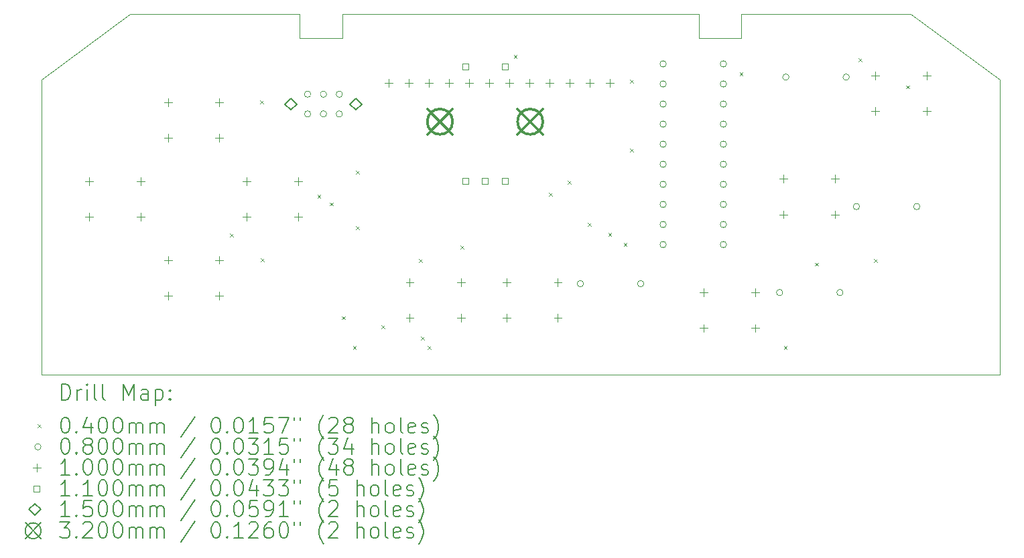
<source format=gbr>
%FSLAX45Y45*%
G04 Gerber Fmt 4.5, Leading zero omitted, Abs format (unit mm)*
G04 Created by KiCad (PCBNEW (6.0.0)) date 2022-03-13 17:58:02*
%MOMM*%
%LPD*%
G01*
G04 APERTURE LIST*
%TA.AperFunction,Profile*%
%ADD10C,0.100000*%
%TD*%
%ADD11C,0.200000*%
%ADD12C,0.040000*%
%ADD13C,0.080000*%
%ADD14C,0.100000*%
%ADD15C,0.110000*%
%ADD16C,0.150000*%
%ADD17C,0.320000*%
G04 APERTURE END LIST*
D10*
X11185360Y-10526760D02*
X9038360Y-10526760D01*
X18907360Y-10526760D02*
X20025360Y-11358760D01*
X11185360Y-10837760D02*
X11721360Y-10837760D01*
X7920360Y-11358760D02*
X7920360Y-15097760D01*
X16224360Y-10526760D02*
X11721360Y-10526760D01*
X7920360Y-15097760D02*
X20025360Y-15097760D01*
X16760360Y-10837760D02*
X16224360Y-10837760D01*
X20025360Y-15097760D02*
X20025360Y-11358760D01*
X16760360Y-10526760D02*
X18907360Y-10526760D01*
X16224360Y-10837760D02*
X16224360Y-10526760D01*
X9038360Y-10526760D02*
X7920360Y-11358760D01*
X11721360Y-10837760D02*
X11721360Y-10526760D01*
X16760360Y-10526760D02*
X16760360Y-10837760D01*
X11185360Y-10526760D02*
X11185360Y-10837760D01*
D11*
D12*
X10300020Y-13307380D02*
X10340020Y-13347380D01*
X10340020Y-13307380D02*
X10300020Y-13347380D01*
X10681020Y-11620820D02*
X10721020Y-11660820D01*
X10721020Y-11620820D02*
X10681020Y-11660820D01*
X10691180Y-13622340D02*
X10731180Y-13662340D01*
X10731180Y-13622340D02*
X10691180Y-13662340D01*
X11407443Y-12819683D02*
X11447443Y-12859683D01*
X11447443Y-12819683D02*
X11407443Y-12859683D01*
X11565889Y-12915271D02*
X11605889Y-12955271D01*
X11605889Y-12915271D02*
X11565889Y-12955271D01*
X11718240Y-14352960D02*
X11758240Y-14392960D01*
X11758240Y-14352960D02*
X11718240Y-14392960D01*
X11857040Y-14732320D02*
X11897040Y-14772320D01*
X11897040Y-14732320D02*
X11857040Y-14772320D01*
X11892600Y-12512360D02*
X11932600Y-12552360D01*
X11932600Y-12512360D02*
X11892600Y-12552360D01*
X11892600Y-13215940D02*
X11932600Y-13255940D01*
X11932600Y-13215940D02*
X11892600Y-13255940D01*
X12215180Y-14470700D02*
X12255180Y-14510700D01*
X12255180Y-14470700D02*
X12215180Y-14510700D01*
X12692700Y-13627420D02*
X12732700Y-13667420D01*
X12732700Y-13627420D02*
X12692700Y-13667420D01*
X12713020Y-14612940D02*
X12753020Y-14652940D01*
X12753020Y-14612940D02*
X12713020Y-14652940D01*
X12797971Y-14731189D02*
X12837971Y-14771189D01*
X12837971Y-14731189D02*
X12797971Y-14771189D01*
X13215940Y-13462320D02*
X13255940Y-13502320D01*
X13255940Y-13462320D02*
X13215940Y-13502320D01*
X13889040Y-11049320D02*
X13929040Y-11089320D01*
X13929040Y-11049320D02*
X13889040Y-11089320D01*
X14333531Y-12794309D02*
X14373531Y-12834309D01*
X14373531Y-12794309D02*
X14333531Y-12834309D01*
X14572300Y-12641900D02*
X14612300Y-12681900D01*
X14612300Y-12641900D02*
X14572300Y-12681900D01*
X14825800Y-13173260D02*
X14865800Y-13213260D01*
X14865800Y-13173260D02*
X14825800Y-13213260D01*
X15081291Y-13298211D02*
X15121291Y-13338211D01*
X15121291Y-13298211D02*
X15081291Y-13338211D01*
X15275880Y-13424220D02*
X15315880Y-13464220D01*
X15315880Y-13424220D02*
X15275880Y-13464220D01*
X15359700Y-11359200D02*
X15399700Y-11399200D01*
X15399700Y-11359200D02*
X15359700Y-11399200D01*
X15359700Y-12230420D02*
X15399700Y-12270420D01*
X15399700Y-12230420D02*
X15359700Y-12270420D01*
X16741451Y-11270309D02*
X16781451Y-11310309D01*
X16781451Y-11270309D02*
X16741451Y-11310309D01*
X17300260Y-14732320D02*
X17340260Y-14772320D01*
X17340260Y-14732320D02*
X17300260Y-14772320D01*
X17696500Y-13675680D02*
X17736500Y-13715680D01*
X17736500Y-13675680D02*
X17696500Y-13715680D01*
X18242600Y-11089960D02*
X18282600Y-11129960D01*
X18282600Y-11089960D02*
X18242600Y-11129960D01*
X18437960Y-13627640D02*
X18477960Y-13667640D01*
X18477960Y-13627640D02*
X18437960Y-13667640D01*
X18842531Y-11433351D02*
X18882531Y-11473351D01*
X18882531Y-11433351D02*
X18842531Y-11473351D01*
D13*
X11323340Y-11544240D02*
G75*
G03*
X11323340Y-11544240I-40000J0D01*
G01*
X11323340Y-11794240D02*
G75*
G03*
X11323340Y-11794240I-40000J0D01*
G01*
X11523340Y-11544240D02*
G75*
G03*
X11523340Y-11544240I-40000J0D01*
G01*
X11523340Y-11794240D02*
G75*
G03*
X11523340Y-11794240I-40000J0D01*
G01*
X11723340Y-11544240D02*
G75*
G03*
X11723340Y-11544240I-40000J0D01*
G01*
X11723340Y-11794240D02*
G75*
G03*
X11723340Y-11794240I-40000J0D01*
G01*
X14769460Y-13942060D02*
G75*
G03*
X14769460Y-13942060I-40000J0D01*
G01*
X15531460Y-13942060D02*
G75*
G03*
X15531460Y-13942060I-40000J0D01*
G01*
X15814400Y-11161260D02*
G75*
G03*
X15814400Y-11161260I-40000J0D01*
G01*
X15814400Y-11415260D02*
G75*
G03*
X15814400Y-11415260I-40000J0D01*
G01*
X15814400Y-11669260D02*
G75*
G03*
X15814400Y-11669260I-40000J0D01*
G01*
X15814400Y-11923260D02*
G75*
G03*
X15814400Y-11923260I-40000J0D01*
G01*
X15814400Y-12177260D02*
G75*
G03*
X15814400Y-12177260I-40000J0D01*
G01*
X15814400Y-12431260D02*
G75*
G03*
X15814400Y-12431260I-40000J0D01*
G01*
X15814400Y-12685260D02*
G75*
G03*
X15814400Y-12685260I-40000J0D01*
G01*
X15814400Y-12939260D02*
G75*
G03*
X15814400Y-12939260I-40000J0D01*
G01*
X15814400Y-13193260D02*
G75*
G03*
X15814400Y-13193260I-40000J0D01*
G01*
X15814400Y-13447260D02*
G75*
G03*
X15814400Y-13447260I-40000J0D01*
G01*
X16576400Y-11161260D02*
G75*
G03*
X16576400Y-11161260I-40000J0D01*
G01*
X16576400Y-11415260D02*
G75*
G03*
X16576400Y-11415260I-40000J0D01*
G01*
X16576400Y-11669260D02*
G75*
G03*
X16576400Y-11669260I-40000J0D01*
G01*
X16576400Y-11923260D02*
G75*
G03*
X16576400Y-11923260I-40000J0D01*
G01*
X16576400Y-12177260D02*
G75*
G03*
X16576400Y-12177260I-40000J0D01*
G01*
X16576400Y-12431260D02*
G75*
G03*
X16576400Y-12431260I-40000J0D01*
G01*
X16576400Y-12685260D02*
G75*
G03*
X16576400Y-12685260I-40000J0D01*
G01*
X16576400Y-12939260D02*
G75*
G03*
X16576400Y-12939260I-40000J0D01*
G01*
X16576400Y-13193260D02*
G75*
G03*
X16576400Y-13193260I-40000J0D01*
G01*
X16576400Y-13447260D02*
G75*
G03*
X16576400Y-13447260I-40000J0D01*
G01*
X17286600Y-14053820D02*
G75*
G03*
X17286600Y-14053820I-40000J0D01*
G01*
X17365340Y-11328400D02*
G75*
G03*
X17365340Y-11328400I-40000J0D01*
G01*
X18048600Y-14053820D02*
G75*
G03*
X18048600Y-14053820I-40000J0D01*
G01*
X18127340Y-11328400D02*
G75*
G03*
X18127340Y-11328400I-40000J0D01*
G01*
X18256880Y-12966700D02*
G75*
G03*
X18256880Y-12966700I-40000J0D01*
G01*
X19018880Y-12966700D02*
G75*
G03*
X19018880Y-12966700I-40000J0D01*
G01*
D14*
X8521960Y-12594960D02*
X8521960Y-12694960D01*
X8471960Y-12644960D02*
X8571960Y-12644960D01*
X8521960Y-13044960D02*
X8521960Y-13144960D01*
X8471960Y-13094960D02*
X8571960Y-13094960D01*
X9171960Y-12594960D02*
X9171960Y-12694960D01*
X9121960Y-12644960D02*
X9221960Y-12644960D01*
X9171960Y-13044960D02*
X9171960Y-13144960D01*
X9121960Y-13094960D02*
X9221960Y-13094960D01*
X9518960Y-11597960D02*
X9518960Y-11697960D01*
X9468960Y-11647960D02*
X9568960Y-11647960D01*
X9518960Y-12047960D02*
X9518960Y-12147960D01*
X9468960Y-12097960D02*
X9568960Y-12097960D01*
X9518960Y-13591960D02*
X9518960Y-13691960D01*
X9468960Y-13641960D02*
X9568960Y-13641960D01*
X9518960Y-14041960D02*
X9518960Y-14141960D01*
X9468960Y-14091960D02*
X9568960Y-14091960D01*
X10168960Y-11597960D02*
X10168960Y-11697960D01*
X10118960Y-11647960D02*
X10218960Y-11647960D01*
X10168960Y-12047960D02*
X10168960Y-12147960D01*
X10118960Y-12097960D02*
X10218960Y-12097960D01*
X10168960Y-13591960D02*
X10168960Y-13691960D01*
X10118960Y-13641960D02*
X10218960Y-13641960D01*
X10168960Y-14041960D02*
X10168960Y-14141960D01*
X10118960Y-14091960D02*
X10218960Y-14091960D01*
X10515960Y-12594960D02*
X10515960Y-12694960D01*
X10465960Y-12644960D02*
X10565960Y-12644960D01*
X10515960Y-13044960D02*
X10515960Y-13144960D01*
X10465960Y-13094960D02*
X10565960Y-13094960D01*
X11165960Y-12594960D02*
X11165960Y-12694960D01*
X11115960Y-12644960D02*
X11215960Y-12644960D01*
X11165960Y-13044960D02*
X11165960Y-13144960D01*
X11115960Y-13094960D02*
X11215960Y-13094960D01*
X12306300Y-11352060D02*
X12306300Y-11452060D01*
X12256300Y-11402060D02*
X12356300Y-11402060D01*
X12560300Y-11352060D02*
X12560300Y-11452060D01*
X12510300Y-11402060D02*
X12610300Y-11402060D01*
X12573960Y-13872960D02*
X12573960Y-13972960D01*
X12523960Y-13922960D02*
X12623960Y-13922960D01*
X12573960Y-14322960D02*
X12573960Y-14422960D01*
X12523960Y-14372960D02*
X12623960Y-14372960D01*
X12814300Y-11352060D02*
X12814300Y-11452060D01*
X12764300Y-11402060D02*
X12864300Y-11402060D01*
X13068300Y-11352060D02*
X13068300Y-11452060D01*
X13018300Y-11402060D02*
X13118300Y-11402060D01*
X13223960Y-13872960D02*
X13223960Y-13972960D01*
X13173960Y-13922960D02*
X13273960Y-13922960D01*
X13223960Y-14322960D02*
X13223960Y-14422960D01*
X13173960Y-14372960D02*
X13273960Y-14372960D01*
X13322300Y-11352060D02*
X13322300Y-11452060D01*
X13272300Y-11402060D02*
X13372300Y-11402060D01*
X13576300Y-11352060D02*
X13576300Y-11452060D01*
X13526300Y-11402060D02*
X13626300Y-11402060D01*
X13794960Y-13872960D02*
X13794960Y-13972960D01*
X13744960Y-13922960D02*
X13844960Y-13922960D01*
X13794960Y-14322960D02*
X13794960Y-14422960D01*
X13744960Y-14372960D02*
X13844960Y-14372960D01*
X13830300Y-11352060D02*
X13830300Y-11452060D01*
X13780300Y-11402060D02*
X13880300Y-11402060D01*
X14084300Y-11352060D02*
X14084300Y-11452060D01*
X14034300Y-11402060D02*
X14134300Y-11402060D01*
X14338300Y-11352060D02*
X14338300Y-11452060D01*
X14288300Y-11402060D02*
X14388300Y-11402060D01*
X14444960Y-13872960D02*
X14444960Y-13972960D01*
X14394960Y-13922960D02*
X14494960Y-13922960D01*
X14444960Y-14322960D02*
X14444960Y-14422960D01*
X14394960Y-14372960D02*
X14494960Y-14372960D01*
X14592300Y-11352060D02*
X14592300Y-11452060D01*
X14542300Y-11402060D02*
X14642300Y-11402060D01*
X14846300Y-11352060D02*
X14846300Y-11452060D01*
X14796300Y-11402060D02*
X14896300Y-11402060D01*
X15100300Y-11352060D02*
X15100300Y-11452060D01*
X15050300Y-11402060D02*
X15150300Y-11402060D01*
X16289960Y-14004960D02*
X16289960Y-14104960D01*
X16239960Y-14054960D02*
X16339960Y-14054960D01*
X16289960Y-14454960D02*
X16289960Y-14554960D01*
X16239960Y-14504960D02*
X16339960Y-14504960D01*
X16939960Y-14004960D02*
X16939960Y-14104960D01*
X16889960Y-14054960D02*
X16989960Y-14054960D01*
X16939960Y-14454960D02*
X16939960Y-14554960D01*
X16889960Y-14504960D02*
X16989960Y-14504960D01*
X17294960Y-12565960D02*
X17294960Y-12665960D01*
X17244960Y-12615960D02*
X17344960Y-12615960D01*
X17294960Y-13015960D02*
X17294960Y-13115960D01*
X17244960Y-13065960D02*
X17344960Y-13065960D01*
X17944960Y-12565960D02*
X17944960Y-12665960D01*
X17894960Y-12615960D02*
X17994960Y-12615960D01*
X17944960Y-13015960D02*
X17944960Y-13115960D01*
X17894960Y-13065960D02*
X17994960Y-13065960D01*
X18457960Y-11258960D02*
X18457960Y-11358960D01*
X18407960Y-11308960D02*
X18507960Y-11308960D01*
X18457960Y-11708960D02*
X18457960Y-11808960D01*
X18407960Y-11758960D02*
X18507960Y-11758960D01*
X19107960Y-11258960D02*
X19107960Y-11358960D01*
X19057960Y-11308960D02*
X19157960Y-11308960D01*
X19107960Y-11708960D02*
X19107960Y-11808960D01*
X19057960Y-11758960D02*
X19157960Y-11758960D01*
D15*
X13314391Y-11231171D02*
X13314391Y-11153389D01*
X13236609Y-11153389D01*
X13236609Y-11231171D01*
X13314391Y-11231171D01*
X13314391Y-12681171D02*
X13314391Y-12603389D01*
X13236609Y-12603389D01*
X13236609Y-12681171D01*
X13314391Y-12681171D01*
X13564391Y-12681171D02*
X13564391Y-12603389D01*
X13486609Y-12603389D01*
X13486609Y-12681171D01*
X13564391Y-12681171D01*
X13814391Y-11231171D02*
X13814391Y-11153389D01*
X13736609Y-11153389D01*
X13736609Y-11231171D01*
X13814391Y-11231171D01*
X13814391Y-12681171D02*
X13814391Y-12603389D01*
X13736609Y-12603389D01*
X13736609Y-12681171D01*
X13814391Y-12681171D01*
D16*
X11073340Y-11744240D02*
X11148340Y-11669240D01*
X11073340Y-11594240D01*
X10998340Y-11669240D01*
X11073340Y-11744240D01*
X11893340Y-11744240D02*
X11968340Y-11669240D01*
X11893340Y-11594240D01*
X11818340Y-11669240D01*
X11893340Y-11744240D01*
D17*
X12795500Y-11732280D02*
X13115500Y-12052280D01*
X13115500Y-11732280D02*
X12795500Y-12052280D01*
X13115500Y-11892280D02*
G75*
G03*
X13115500Y-11892280I-160000J0D01*
G01*
X13935500Y-11732280D02*
X14255500Y-12052280D01*
X14255500Y-11732280D02*
X13935500Y-12052280D01*
X14255500Y-11892280D02*
G75*
G03*
X14255500Y-11892280I-160000J0D01*
G01*
D11*
X8172979Y-15413236D02*
X8172979Y-15213236D01*
X8220598Y-15213236D01*
X8249169Y-15222760D01*
X8268217Y-15241808D01*
X8277741Y-15260855D01*
X8287265Y-15298950D01*
X8287265Y-15327522D01*
X8277741Y-15365617D01*
X8268217Y-15384665D01*
X8249169Y-15403712D01*
X8220598Y-15413236D01*
X8172979Y-15413236D01*
X8372979Y-15413236D02*
X8372979Y-15279903D01*
X8372979Y-15317998D02*
X8382503Y-15298950D01*
X8392027Y-15289427D01*
X8411074Y-15279903D01*
X8430122Y-15279903D01*
X8496789Y-15413236D02*
X8496789Y-15279903D01*
X8496789Y-15213236D02*
X8487265Y-15222760D01*
X8496789Y-15232284D01*
X8506312Y-15222760D01*
X8496789Y-15213236D01*
X8496789Y-15232284D01*
X8620598Y-15413236D02*
X8601550Y-15403712D01*
X8592027Y-15384665D01*
X8592027Y-15213236D01*
X8725360Y-15413236D02*
X8706312Y-15403712D01*
X8696789Y-15384665D01*
X8696789Y-15213236D01*
X8953931Y-15413236D02*
X8953931Y-15213236D01*
X9020598Y-15356093D01*
X9087265Y-15213236D01*
X9087265Y-15413236D01*
X9268217Y-15413236D02*
X9268217Y-15308474D01*
X9258693Y-15289427D01*
X9239646Y-15279903D01*
X9201550Y-15279903D01*
X9182503Y-15289427D01*
X9268217Y-15403712D02*
X9249170Y-15413236D01*
X9201550Y-15413236D01*
X9182503Y-15403712D01*
X9172979Y-15384665D01*
X9172979Y-15365617D01*
X9182503Y-15346569D01*
X9201550Y-15337046D01*
X9249170Y-15337046D01*
X9268217Y-15327522D01*
X9363455Y-15279903D02*
X9363455Y-15479903D01*
X9363455Y-15289427D02*
X9382503Y-15279903D01*
X9420598Y-15279903D01*
X9439646Y-15289427D01*
X9449170Y-15298950D01*
X9458693Y-15317998D01*
X9458693Y-15375141D01*
X9449170Y-15394188D01*
X9439646Y-15403712D01*
X9420598Y-15413236D01*
X9382503Y-15413236D01*
X9363455Y-15403712D01*
X9544408Y-15394188D02*
X9553931Y-15403712D01*
X9544408Y-15413236D01*
X9534884Y-15403712D01*
X9544408Y-15394188D01*
X9544408Y-15413236D01*
X9544408Y-15289427D02*
X9553931Y-15298950D01*
X9544408Y-15308474D01*
X9534884Y-15298950D01*
X9544408Y-15289427D01*
X9544408Y-15308474D01*
D12*
X7875360Y-15722760D02*
X7915360Y-15762760D01*
X7915360Y-15722760D02*
X7875360Y-15762760D01*
D11*
X8211074Y-15633236D02*
X8230122Y-15633236D01*
X8249169Y-15642760D01*
X8258693Y-15652284D01*
X8268217Y-15671331D01*
X8277741Y-15709427D01*
X8277741Y-15757046D01*
X8268217Y-15795141D01*
X8258693Y-15814188D01*
X8249169Y-15823712D01*
X8230122Y-15833236D01*
X8211074Y-15833236D01*
X8192027Y-15823712D01*
X8182503Y-15814188D01*
X8172979Y-15795141D01*
X8163455Y-15757046D01*
X8163455Y-15709427D01*
X8172979Y-15671331D01*
X8182503Y-15652284D01*
X8192027Y-15642760D01*
X8211074Y-15633236D01*
X8363455Y-15814188D02*
X8372979Y-15823712D01*
X8363455Y-15833236D01*
X8353931Y-15823712D01*
X8363455Y-15814188D01*
X8363455Y-15833236D01*
X8544408Y-15699903D02*
X8544408Y-15833236D01*
X8496789Y-15623712D02*
X8449170Y-15766569D01*
X8572979Y-15766569D01*
X8687265Y-15633236D02*
X8706312Y-15633236D01*
X8725360Y-15642760D01*
X8734884Y-15652284D01*
X8744408Y-15671331D01*
X8753931Y-15709427D01*
X8753931Y-15757046D01*
X8744408Y-15795141D01*
X8734884Y-15814188D01*
X8725360Y-15823712D01*
X8706312Y-15833236D01*
X8687265Y-15833236D01*
X8668217Y-15823712D01*
X8658693Y-15814188D01*
X8649170Y-15795141D01*
X8639646Y-15757046D01*
X8639646Y-15709427D01*
X8649170Y-15671331D01*
X8658693Y-15652284D01*
X8668217Y-15642760D01*
X8687265Y-15633236D01*
X8877741Y-15633236D02*
X8896789Y-15633236D01*
X8915836Y-15642760D01*
X8925360Y-15652284D01*
X8934884Y-15671331D01*
X8944408Y-15709427D01*
X8944408Y-15757046D01*
X8934884Y-15795141D01*
X8925360Y-15814188D01*
X8915836Y-15823712D01*
X8896789Y-15833236D01*
X8877741Y-15833236D01*
X8858693Y-15823712D01*
X8849170Y-15814188D01*
X8839646Y-15795141D01*
X8830122Y-15757046D01*
X8830122Y-15709427D01*
X8839646Y-15671331D01*
X8849170Y-15652284D01*
X8858693Y-15642760D01*
X8877741Y-15633236D01*
X9030122Y-15833236D02*
X9030122Y-15699903D01*
X9030122Y-15718950D02*
X9039646Y-15709427D01*
X9058693Y-15699903D01*
X9087265Y-15699903D01*
X9106312Y-15709427D01*
X9115836Y-15728474D01*
X9115836Y-15833236D01*
X9115836Y-15728474D02*
X9125360Y-15709427D01*
X9144408Y-15699903D01*
X9172979Y-15699903D01*
X9192027Y-15709427D01*
X9201550Y-15728474D01*
X9201550Y-15833236D01*
X9296789Y-15833236D02*
X9296789Y-15699903D01*
X9296789Y-15718950D02*
X9306312Y-15709427D01*
X9325360Y-15699903D01*
X9353931Y-15699903D01*
X9372979Y-15709427D01*
X9382503Y-15728474D01*
X9382503Y-15833236D01*
X9382503Y-15728474D02*
X9392027Y-15709427D01*
X9411074Y-15699903D01*
X9439646Y-15699903D01*
X9458693Y-15709427D01*
X9468217Y-15728474D01*
X9468217Y-15833236D01*
X9858693Y-15623712D02*
X9687265Y-15880855D01*
X10115836Y-15633236D02*
X10134884Y-15633236D01*
X10153931Y-15642760D01*
X10163455Y-15652284D01*
X10172979Y-15671331D01*
X10182503Y-15709427D01*
X10182503Y-15757046D01*
X10172979Y-15795141D01*
X10163455Y-15814188D01*
X10153931Y-15823712D01*
X10134884Y-15833236D01*
X10115836Y-15833236D01*
X10096789Y-15823712D01*
X10087265Y-15814188D01*
X10077741Y-15795141D01*
X10068217Y-15757046D01*
X10068217Y-15709427D01*
X10077741Y-15671331D01*
X10087265Y-15652284D01*
X10096789Y-15642760D01*
X10115836Y-15633236D01*
X10268217Y-15814188D02*
X10277741Y-15823712D01*
X10268217Y-15833236D01*
X10258693Y-15823712D01*
X10268217Y-15814188D01*
X10268217Y-15833236D01*
X10401550Y-15633236D02*
X10420598Y-15633236D01*
X10439646Y-15642760D01*
X10449170Y-15652284D01*
X10458693Y-15671331D01*
X10468217Y-15709427D01*
X10468217Y-15757046D01*
X10458693Y-15795141D01*
X10449170Y-15814188D01*
X10439646Y-15823712D01*
X10420598Y-15833236D01*
X10401550Y-15833236D01*
X10382503Y-15823712D01*
X10372979Y-15814188D01*
X10363455Y-15795141D01*
X10353931Y-15757046D01*
X10353931Y-15709427D01*
X10363455Y-15671331D01*
X10372979Y-15652284D01*
X10382503Y-15642760D01*
X10401550Y-15633236D01*
X10658693Y-15833236D02*
X10544408Y-15833236D01*
X10601550Y-15833236D02*
X10601550Y-15633236D01*
X10582503Y-15661808D01*
X10563455Y-15680855D01*
X10544408Y-15690379D01*
X10839646Y-15633236D02*
X10744408Y-15633236D01*
X10734884Y-15728474D01*
X10744408Y-15718950D01*
X10763455Y-15709427D01*
X10811074Y-15709427D01*
X10830122Y-15718950D01*
X10839646Y-15728474D01*
X10849170Y-15747522D01*
X10849170Y-15795141D01*
X10839646Y-15814188D01*
X10830122Y-15823712D01*
X10811074Y-15833236D01*
X10763455Y-15833236D01*
X10744408Y-15823712D01*
X10734884Y-15814188D01*
X10915836Y-15633236D02*
X11049170Y-15633236D01*
X10963455Y-15833236D01*
X11115836Y-15633236D02*
X11115836Y-15671331D01*
X11192027Y-15633236D02*
X11192027Y-15671331D01*
X11487265Y-15909427D02*
X11477741Y-15899903D01*
X11458693Y-15871331D01*
X11449169Y-15852284D01*
X11439646Y-15823712D01*
X11430122Y-15776093D01*
X11430122Y-15737998D01*
X11439646Y-15690379D01*
X11449169Y-15661808D01*
X11458693Y-15642760D01*
X11477741Y-15614188D01*
X11487265Y-15604665D01*
X11553931Y-15652284D02*
X11563455Y-15642760D01*
X11582503Y-15633236D01*
X11630122Y-15633236D01*
X11649169Y-15642760D01*
X11658693Y-15652284D01*
X11668217Y-15671331D01*
X11668217Y-15690379D01*
X11658693Y-15718950D01*
X11544408Y-15833236D01*
X11668217Y-15833236D01*
X11782503Y-15718950D02*
X11763455Y-15709427D01*
X11753931Y-15699903D01*
X11744408Y-15680855D01*
X11744408Y-15671331D01*
X11753931Y-15652284D01*
X11763455Y-15642760D01*
X11782503Y-15633236D01*
X11820598Y-15633236D01*
X11839646Y-15642760D01*
X11849169Y-15652284D01*
X11858693Y-15671331D01*
X11858693Y-15680855D01*
X11849169Y-15699903D01*
X11839646Y-15709427D01*
X11820598Y-15718950D01*
X11782503Y-15718950D01*
X11763455Y-15728474D01*
X11753931Y-15737998D01*
X11744408Y-15757046D01*
X11744408Y-15795141D01*
X11753931Y-15814188D01*
X11763455Y-15823712D01*
X11782503Y-15833236D01*
X11820598Y-15833236D01*
X11839646Y-15823712D01*
X11849169Y-15814188D01*
X11858693Y-15795141D01*
X11858693Y-15757046D01*
X11849169Y-15737998D01*
X11839646Y-15728474D01*
X11820598Y-15718950D01*
X12096788Y-15833236D02*
X12096788Y-15633236D01*
X12182503Y-15833236D02*
X12182503Y-15728474D01*
X12172979Y-15709427D01*
X12153931Y-15699903D01*
X12125360Y-15699903D01*
X12106312Y-15709427D01*
X12096788Y-15718950D01*
X12306312Y-15833236D02*
X12287265Y-15823712D01*
X12277741Y-15814188D01*
X12268217Y-15795141D01*
X12268217Y-15737998D01*
X12277741Y-15718950D01*
X12287265Y-15709427D01*
X12306312Y-15699903D01*
X12334884Y-15699903D01*
X12353931Y-15709427D01*
X12363455Y-15718950D01*
X12372979Y-15737998D01*
X12372979Y-15795141D01*
X12363455Y-15814188D01*
X12353931Y-15823712D01*
X12334884Y-15833236D01*
X12306312Y-15833236D01*
X12487265Y-15833236D02*
X12468217Y-15823712D01*
X12458693Y-15804665D01*
X12458693Y-15633236D01*
X12639646Y-15823712D02*
X12620598Y-15833236D01*
X12582503Y-15833236D01*
X12563455Y-15823712D01*
X12553931Y-15804665D01*
X12553931Y-15728474D01*
X12563455Y-15709427D01*
X12582503Y-15699903D01*
X12620598Y-15699903D01*
X12639646Y-15709427D01*
X12649169Y-15728474D01*
X12649169Y-15747522D01*
X12553931Y-15766569D01*
X12725360Y-15823712D02*
X12744408Y-15833236D01*
X12782503Y-15833236D01*
X12801550Y-15823712D01*
X12811074Y-15804665D01*
X12811074Y-15795141D01*
X12801550Y-15776093D01*
X12782503Y-15766569D01*
X12753931Y-15766569D01*
X12734884Y-15757046D01*
X12725360Y-15737998D01*
X12725360Y-15728474D01*
X12734884Y-15709427D01*
X12753931Y-15699903D01*
X12782503Y-15699903D01*
X12801550Y-15709427D01*
X12877741Y-15909427D02*
X12887265Y-15899903D01*
X12906312Y-15871331D01*
X12915836Y-15852284D01*
X12925360Y-15823712D01*
X12934884Y-15776093D01*
X12934884Y-15737998D01*
X12925360Y-15690379D01*
X12915836Y-15661808D01*
X12906312Y-15642760D01*
X12887265Y-15614188D01*
X12877741Y-15604665D01*
D13*
X7915360Y-16006760D02*
G75*
G03*
X7915360Y-16006760I-40000J0D01*
G01*
D11*
X8211074Y-15897236D02*
X8230122Y-15897236D01*
X8249169Y-15906760D01*
X8258693Y-15916284D01*
X8268217Y-15935331D01*
X8277741Y-15973427D01*
X8277741Y-16021046D01*
X8268217Y-16059141D01*
X8258693Y-16078188D01*
X8249169Y-16087712D01*
X8230122Y-16097236D01*
X8211074Y-16097236D01*
X8192027Y-16087712D01*
X8182503Y-16078188D01*
X8172979Y-16059141D01*
X8163455Y-16021046D01*
X8163455Y-15973427D01*
X8172979Y-15935331D01*
X8182503Y-15916284D01*
X8192027Y-15906760D01*
X8211074Y-15897236D01*
X8363455Y-16078188D02*
X8372979Y-16087712D01*
X8363455Y-16097236D01*
X8353931Y-16087712D01*
X8363455Y-16078188D01*
X8363455Y-16097236D01*
X8487265Y-15982950D02*
X8468217Y-15973427D01*
X8458693Y-15963903D01*
X8449170Y-15944855D01*
X8449170Y-15935331D01*
X8458693Y-15916284D01*
X8468217Y-15906760D01*
X8487265Y-15897236D01*
X8525360Y-15897236D01*
X8544408Y-15906760D01*
X8553931Y-15916284D01*
X8563455Y-15935331D01*
X8563455Y-15944855D01*
X8553931Y-15963903D01*
X8544408Y-15973427D01*
X8525360Y-15982950D01*
X8487265Y-15982950D01*
X8468217Y-15992474D01*
X8458693Y-16001998D01*
X8449170Y-16021046D01*
X8449170Y-16059141D01*
X8458693Y-16078188D01*
X8468217Y-16087712D01*
X8487265Y-16097236D01*
X8525360Y-16097236D01*
X8544408Y-16087712D01*
X8553931Y-16078188D01*
X8563455Y-16059141D01*
X8563455Y-16021046D01*
X8553931Y-16001998D01*
X8544408Y-15992474D01*
X8525360Y-15982950D01*
X8687265Y-15897236D02*
X8706312Y-15897236D01*
X8725360Y-15906760D01*
X8734884Y-15916284D01*
X8744408Y-15935331D01*
X8753931Y-15973427D01*
X8753931Y-16021046D01*
X8744408Y-16059141D01*
X8734884Y-16078188D01*
X8725360Y-16087712D01*
X8706312Y-16097236D01*
X8687265Y-16097236D01*
X8668217Y-16087712D01*
X8658693Y-16078188D01*
X8649170Y-16059141D01*
X8639646Y-16021046D01*
X8639646Y-15973427D01*
X8649170Y-15935331D01*
X8658693Y-15916284D01*
X8668217Y-15906760D01*
X8687265Y-15897236D01*
X8877741Y-15897236D02*
X8896789Y-15897236D01*
X8915836Y-15906760D01*
X8925360Y-15916284D01*
X8934884Y-15935331D01*
X8944408Y-15973427D01*
X8944408Y-16021046D01*
X8934884Y-16059141D01*
X8925360Y-16078188D01*
X8915836Y-16087712D01*
X8896789Y-16097236D01*
X8877741Y-16097236D01*
X8858693Y-16087712D01*
X8849170Y-16078188D01*
X8839646Y-16059141D01*
X8830122Y-16021046D01*
X8830122Y-15973427D01*
X8839646Y-15935331D01*
X8849170Y-15916284D01*
X8858693Y-15906760D01*
X8877741Y-15897236D01*
X9030122Y-16097236D02*
X9030122Y-15963903D01*
X9030122Y-15982950D02*
X9039646Y-15973427D01*
X9058693Y-15963903D01*
X9087265Y-15963903D01*
X9106312Y-15973427D01*
X9115836Y-15992474D01*
X9115836Y-16097236D01*
X9115836Y-15992474D02*
X9125360Y-15973427D01*
X9144408Y-15963903D01*
X9172979Y-15963903D01*
X9192027Y-15973427D01*
X9201550Y-15992474D01*
X9201550Y-16097236D01*
X9296789Y-16097236D02*
X9296789Y-15963903D01*
X9296789Y-15982950D02*
X9306312Y-15973427D01*
X9325360Y-15963903D01*
X9353931Y-15963903D01*
X9372979Y-15973427D01*
X9382503Y-15992474D01*
X9382503Y-16097236D01*
X9382503Y-15992474D02*
X9392027Y-15973427D01*
X9411074Y-15963903D01*
X9439646Y-15963903D01*
X9458693Y-15973427D01*
X9468217Y-15992474D01*
X9468217Y-16097236D01*
X9858693Y-15887712D02*
X9687265Y-16144855D01*
X10115836Y-15897236D02*
X10134884Y-15897236D01*
X10153931Y-15906760D01*
X10163455Y-15916284D01*
X10172979Y-15935331D01*
X10182503Y-15973427D01*
X10182503Y-16021046D01*
X10172979Y-16059141D01*
X10163455Y-16078188D01*
X10153931Y-16087712D01*
X10134884Y-16097236D01*
X10115836Y-16097236D01*
X10096789Y-16087712D01*
X10087265Y-16078188D01*
X10077741Y-16059141D01*
X10068217Y-16021046D01*
X10068217Y-15973427D01*
X10077741Y-15935331D01*
X10087265Y-15916284D01*
X10096789Y-15906760D01*
X10115836Y-15897236D01*
X10268217Y-16078188D02*
X10277741Y-16087712D01*
X10268217Y-16097236D01*
X10258693Y-16087712D01*
X10268217Y-16078188D01*
X10268217Y-16097236D01*
X10401550Y-15897236D02*
X10420598Y-15897236D01*
X10439646Y-15906760D01*
X10449170Y-15916284D01*
X10458693Y-15935331D01*
X10468217Y-15973427D01*
X10468217Y-16021046D01*
X10458693Y-16059141D01*
X10449170Y-16078188D01*
X10439646Y-16087712D01*
X10420598Y-16097236D01*
X10401550Y-16097236D01*
X10382503Y-16087712D01*
X10372979Y-16078188D01*
X10363455Y-16059141D01*
X10353931Y-16021046D01*
X10353931Y-15973427D01*
X10363455Y-15935331D01*
X10372979Y-15916284D01*
X10382503Y-15906760D01*
X10401550Y-15897236D01*
X10534884Y-15897236D02*
X10658693Y-15897236D01*
X10592027Y-15973427D01*
X10620598Y-15973427D01*
X10639646Y-15982950D01*
X10649170Y-15992474D01*
X10658693Y-16011522D01*
X10658693Y-16059141D01*
X10649170Y-16078188D01*
X10639646Y-16087712D01*
X10620598Y-16097236D01*
X10563455Y-16097236D01*
X10544408Y-16087712D01*
X10534884Y-16078188D01*
X10849170Y-16097236D02*
X10734884Y-16097236D01*
X10792027Y-16097236D02*
X10792027Y-15897236D01*
X10772979Y-15925808D01*
X10753931Y-15944855D01*
X10734884Y-15954379D01*
X11030122Y-15897236D02*
X10934884Y-15897236D01*
X10925360Y-15992474D01*
X10934884Y-15982950D01*
X10953931Y-15973427D01*
X11001550Y-15973427D01*
X11020598Y-15982950D01*
X11030122Y-15992474D01*
X11039646Y-16011522D01*
X11039646Y-16059141D01*
X11030122Y-16078188D01*
X11020598Y-16087712D01*
X11001550Y-16097236D01*
X10953931Y-16097236D01*
X10934884Y-16087712D01*
X10925360Y-16078188D01*
X11115836Y-15897236D02*
X11115836Y-15935331D01*
X11192027Y-15897236D02*
X11192027Y-15935331D01*
X11487265Y-16173427D02*
X11477741Y-16163903D01*
X11458693Y-16135331D01*
X11449169Y-16116284D01*
X11439646Y-16087712D01*
X11430122Y-16040093D01*
X11430122Y-16001998D01*
X11439646Y-15954379D01*
X11449169Y-15925808D01*
X11458693Y-15906760D01*
X11477741Y-15878188D01*
X11487265Y-15868665D01*
X11544408Y-15897236D02*
X11668217Y-15897236D01*
X11601550Y-15973427D01*
X11630122Y-15973427D01*
X11649169Y-15982950D01*
X11658693Y-15992474D01*
X11668217Y-16011522D01*
X11668217Y-16059141D01*
X11658693Y-16078188D01*
X11649169Y-16087712D01*
X11630122Y-16097236D01*
X11572979Y-16097236D01*
X11553931Y-16087712D01*
X11544408Y-16078188D01*
X11839646Y-15963903D02*
X11839646Y-16097236D01*
X11792027Y-15887712D02*
X11744408Y-16030569D01*
X11868217Y-16030569D01*
X12096788Y-16097236D02*
X12096788Y-15897236D01*
X12182503Y-16097236D02*
X12182503Y-15992474D01*
X12172979Y-15973427D01*
X12153931Y-15963903D01*
X12125360Y-15963903D01*
X12106312Y-15973427D01*
X12096788Y-15982950D01*
X12306312Y-16097236D02*
X12287265Y-16087712D01*
X12277741Y-16078188D01*
X12268217Y-16059141D01*
X12268217Y-16001998D01*
X12277741Y-15982950D01*
X12287265Y-15973427D01*
X12306312Y-15963903D01*
X12334884Y-15963903D01*
X12353931Y-15973427D01*
X12363455Y-15982950D01*
X12372979Y-16001998D01*
X12372979Y-16059141D01*
X12363455Y-16078188D01*
X12353931Y-16087712D01*
X12334884Y-16097236D01*
X12306312Y-16097236D01*
X12487265Y-16097236D02*
X12468217Y-16087712D01*
X12458693Y-16068665D01*
X12458693Y-15897236D01*
X12639646Y-16087712D02*
X12620598Y-16097236D01*
X12582503Y-16097236D01*
X12563455Y-16087712D01*
X12553931Y-16068665D01*
X12553931Y-15992474D01*
X12563455Y-15973427D01*
X12582503Y-15963903D01*
X12620598Y-15963903D01*
X12639646Y-15973427D01*
X12649169Y-15992474D01*
X12649169Y-16011522D01*
X12553931Y-16030569D01*
X12725360Y-16087712D02*
X12744408Y-16097236D01*
X12782503Y-16097236D01*
X12801550Y-16087712D01*
X12811074Y-16068665D01*
X12811074Y-16059141D01*
X12801550Y-16040093D01*
X12782503Y-16030569D01*
X12753931Y-16030569D01*
X12734884Y-16021046D01*
X12725360Y-16001998D01*
X12725360Y-15992474D01*
X12734884Y-15973427D01*
X12753931Y-15963903D01*
X12782503Y-15963903D01*
X12801550Y-15973427D01*
X12877741Y-16173427D02*
X12887265Y-16163903D01*
X12906312Y-16135331D01*
X12915836Y-16116284D01*
X12925360Y-16087712D01*
X12934884Y-16040093D01*
X12934884Y-16001998D01*
X12925360Y-15954379D01*
X12915836Y-15925808D01*
X12906312Y-15906760D01*
X12887265Y-15878188D01*
X12877741Y-15868665D01*
D14*
X7865360Y-16220760D02*
X7865360Y-16320760D01*
X7815360Y-16270760D02*
X7915360Y-16270760D01*
D11*
X8277741Y-16361236D02*
X8163455Y-16361236D01*
X8220598Y-16361236D02*
X8220598Y-16161236D01*
X8201550Y-16189808D01*
X8182503Y-16208855D01*
X8163455Y-16218379D01*
X8363455Y-16342188D02*
X8372979Y-16351712D01*
X8363455Y-16361236D01*
X8353931Y-16351712D01*
X8363455Y-16342188D01*
X8363455Y-16361236D01*
X8496789Y-16161236D02*
X8515836Y-16161236D01*
X8534884Y-16170760D01*
X8544408Y-16180284D01*
X8553931Y-16199331D01*
X8563455Y-16237427D01*
X8563455Y-16285046D01*
X8553931Y-16323141D01*
X8544408Y-16342188D01*
X8534884Y-16351712D01*
X8515836Y-16361236D01*
X8496789Y-16361236D01*
X8477741Y-16351712D01*
X8468217Y-16342188D01*
X8458693Y-16323141D01*
X8449170Y-16285046D01*
X8449170Y-16237427D01*
X8458693Y-16199331D01*
X8468217Y-16180284D01*
X8477741Y-16170760D01*
X8496789Y-16161236D01*
X8687265Y-16161236D02*
X8706312Y-16161236D01*
X8725360Y-16170760D01*
X8734884Y-16180284D01*
X8744408Y-16199331D01*
X8753931Y-16237427D01*
X8753931Y-16285046D01*
X8744408Y-16323141D01*
X8734884Y-16342188D01*
X8725360Y-16351712D01*
X8706312Y-16361236D01*
X8687265Y-16361236D01*
X8668217Y-16351712D01*
X8658693Y-16342188D01*
X8649170Y-16323141D01*
X8639646Y-16285046D01*
X8639646Y-16237427D01*
X8649170Y-16199331D01*
X8658693Y-16180284D01*
X8668217Y-16170760D01*
X8687265Y-16161236D01*
X8877741Y-16161236D02*
X8896789Y-16161236D01*
X8915836Y-16170760D01*
X8925360Y-16180284D01*
X8934884Y-16199331D01*
X8944408Y-16237427D01*
X8944408Y-16285046D01*
X8934884Y-16323141D01*
X8925360Y-16342188D01*
X8915836Y-16351712D01*
X8896789Y-16361236D01*
X8877741Y-16361236D01*
X8858693Y-16351712D01*
X8849170Y-16342188D01*
X8839646Y-16323141D01*
X8830122Y-16285046D01*
X8830122Y-16237427D01*
X8839646Y-16199331D01*
X8849170Y-16180284D01*
X8858693Y-16170760D01*
X8877741Y-16161236D01*
X9030122Y-16361236D02*
X9030122Y-16227903D01*
X9030122Y-16246950D02*
X9039646Y-16237427D01*
X9058693Y-16227903D01*
X9087265Y-16227903D01*
X9106312Y-16237427D01*
X9115836Y-16256474D01*
X9115836Y-16361236D01*
X9115836Y-16256474D02*
X9125360Y-16237427D01*
X9144408Y-16227903D01*
X9172979Y-16227903D01*
X9192027Y-16237427D01*
X9201550Y-16256474D01*
X9201550Y-16361236D01*
X9296789Y-16361236D02*
X9296789Y-16227903D01*
X9296789Y-16246950D02*
X9306312Y-16237427D01*
X9325360Y-16227903D01*
X9353931Y-16227903D01*
X9372979Y-16237427D01*
X9382503Y-16256474D01*
X9382503Y-16361236D01*
X9382503Y-16256474D02*
X9392027Y-16237427D01*
X9411074Y-16227903D01*
X9439646Y-16227903D01*
X9458693Y-16237427D01*
X9468217Y-16256474D01*
X9468217Y-16361236D01*
X9858693Y-16151712D02*
X9687265Y-16408855D01*
X10115836Y-16161236D02*
X10134884Y-16161236D01*
X10153931Y-16170760D01*
X10163455Y-16180284D01*
X10172979Y-16199331D01*
X10182503Y-16237427D01*
X10182503Y-16285046D01*
X10172979Y-16323141D01*
X10163455Y-16342188D01*
X10153931Y-16351712D01*
X10134884Y-16361236D01*
X10115836Y-16361236D01*
X10096789Y-16351712D01*
X10087265Y-16342188D01*
X10077741Y-16323141D01*
X10068217Y-16285046D01*
X10068217Y-16237427D01*
X10077741Y-16199331D01*
X10087265Y-16180284D01*
X10096789Y-16170760D01*
X10115836Y-16161236D01*
X10268217Y-16342188D02*
X10277741Y-16351712D01*
X10268217Y-16361236D01*
X10258693Y-16351712D01*
X10268217Y-16342188D01*
X10268217Y-16361236D01*
X10401550Y-16161236D02*
X10420598Y-16161236D01*
X10439646Y-16170760D01*
X10449170Y-16180284D01*
X10458693Y-16199331D01*
X10468217Y-16237427D01*
X10468217Y-16285046D01*
X10458693Y-16323141D01*
X10449170Y-16342188D01*
X10439646Y-16351712D01*
X10420598Y-16361236D01*
X10401550Y-16361236D01*
X10382503Y-16351712D01*
X10372979Y-16342188D01*
X10363455Y-16323141D01*
X10353931Y-16285046D01*
X10353931Y-16237427D01*
X10363455Y-16199331D01*
X10372979Y-16180284D01*
X10382503Y-16170760D01*
X10401550Y-16161236D01*
X10534884Y-16161236D02*
X10658693Y-16161236D01*
X10592027Y-16237427D01*
X10620598Y-16237427D01*
X10639646Y-16246950D01*
X10649170Y-16256474D01*
X10658693Y-16275522D01*
X10658693Y-16323141D01*
X10649170Y-16342188D01*
X10639646Y-16351712D01*
X10620598Y-16361236D01*
X10563455Y-16361236D01*
X10544408Y-16351712D01*
X10534884Y-16342188D01*
X10753931Y-16361236D02*
X10792027Y-16361236D01*
X10811074Y-16351712D01*
X10820598Y-16342188D01*
X10839646Y-16313617D01*
X10849170Y-16275522D01*
X10849170Y-16199331D01*
X10839646Y-16180284D01*
X10830122Y-16170760D01*
X10811074Y-16161236D01*
X10772979Y-16161236D01*
X10753931Y-16170760D01*
X10744408Y-16180284D01*
X10734884Y-16199331D01*
X10734884Y-16246950D01*
X10744408Y-16265998D01*
X10753931Y-16275522D01*
X10772979Y-16285046D01*
X10811074Y-16285046D01*
X10830122Y-16275522D01*
X10839646Y-16265998D01*
X10849170Y-16246950D01*
X11020598Y-16227903D02*
X11020598Y-16361236D01*
X10972979Y-16151712D02*
X10925360Y-16294569D01*
X11049170Y-16294569D01*
X11115836Y-16161236D02*
X11115836Y-16199331D01*
X11192027Y-16161236D02*
X11192027Y-16199331D01*
X11487265Y-16437427D02*
X11477741Y-16427903D01*
X11458693Y-16399331D01*
X11449169Y-16380284D01*
X11439646Y-16351712D01*
X11430122Y-16304093D01*
X11430122Y-16265998D01*
X11439646Y-16218379D01*
X11449169Y-16189808D01*
X11458693Y-16170760D01*
X11477741Y-16142188D01*
X11487265Y-16132665D01*
X11649169Y-16227903D02*
X11649169Y-16361236D01*
X11601550Y-16151712D02*
X11553931Y-16294569D01*
X11677741Y-16294569D01*
X11782503Y-16246950D02*
X11763455Y-16237427D01*
X11753931Y-16227903D01*
X11744408Y-16208855D01*
X11744408Y-16199331D01*
X11753931Y-16180284D01*
X11763455Y-16170760D01*
X11782503Y-16161236D01*
X11820598Y-16161236D01*
X11839646Y-16170760D01*
X11849169Y-16180284D01*
X11858693Y-16199331D01*
X11858693Y-16208855D01*
X11849169Y-16227903D01*
X11839646Y-16237427D01*
X11820598Y-16246950D01*
X11782503Y-16246950D01*
X11763455Y-16256474D01*
X11753931Y-16265998D01*
X11744408Y-16285046D01*
X11744408Y-16323141D01*
X11753931Y-16342188D01*
X11763455Y-16351712D01*
X11782503Y-16361236D01*
X11820598Y-16361236D01*
X11839646Y-16351712D01*
X11849169Y-16342188D01*
X11858693Y-16323141D01*
X11858693Y-16285046D01*
X11849169Y-16265998D01*
X11839646Y-16256474D01*
X11820598Y-16246950D01*
X12096788Y-16361236D02*
X12096788Y-16161236D01*
X12182503Y-16361236D02*
X12182503Y-16256474D01*
X12172979Y-16237427D01*
X12153931Y-16227903D01*
X12125360Y-16227903D01*
X12106312Y-16237427D01*
X12096788Y-16246950D01*
X12306312Y-16361236D02*
X12287265Y-16351712D01*
X12277741Y-16342188D01*
X12268217Y-16323141D01*
X12268217Y-16265998D01*
X12277741Y-16246950D01*
X12287265Y-16237427D01*
X12306312Y-16227903D01*
X12334884Y-16227903D01*
X12353931Y-16237427D01*
X12363455Y-16246950D01*
X12372979Y-16265998D01*
X12372979Y-16323141D01*
X12363455Y-16342188D01*
X12353931Y-16351712D01*
X12334884Y-16361236D01*
X12306312Y-16361236D01*
X12487265Y-16361236D02*
X12468217Y-16351712D01*
X12458693Y-16332665D01*
X12458693Y-16161236D01*
X12639646Y-16351712D02*
X12620598Y-16361236D01*
X12582503Y-16361236D01*
X12563455Y-16351712D01*
X12553931Y-16332665D01*
X12553931Y-16256474D01*
X12563455Y-16237427D01*
X12582503Y-16227903D01*
X12620598Y-16227903D01*
X12639646Y-16237427D01*
X12649169Y-16256474D01*
X12649169Y-16275522D01*
X12553931Y-16294569D01*
X12725360Y-16351712D02*
X12744408Y-16361236D01*
X12782503Y-16361236D01*
X12801550Y-16351712D01*
X12811074Y-16332665D01*
X12811074Y-16323141D01*
X12801550Y-16304093D01*
X12782503Y-16294569D01*
X12753931Y-16294569D01*
X12734884Y-16285046D01*
X12725360Y-16265998D01*
X12725360Y-16256474D01*
X12734884Y-16237427D01*
X12753931Y-16227903D01*
X12782503Y-16227903D01*
X12801550Y-16237427D01*
X12877741Y-16437427D02*
X12887265Y-16427903D01*
X12906312Y-16399331D01*
X12915836Y-16380284D01*
X12925360Y-16351712D01*
X12934884Y-16304093D01*
X12934884Y-16265998D01*
X12925360Y-16218379D01*
X12915836Y-16189808D01*
X12906312Y-16170760D01*
X12887265Y-16142188D01*
X12877741Y-16132665D01*
D15*
X7899251Y-16573651D02*
X7899251Y-16495869D01*
X7821469Y-16495869D01*
X7821469Y-16573651D01*
X7899251Y-16573651D01*
D11*
X8277741Y-16625236D02*
X8163455Y-16625236D01*
X8220598Y-16625236D02*
X8220598Y-16425236D01*
X8201550Y-16453808D01*
X8182503Y-16472855D01*
X8163455Y-16482379D01*
X8363455Y-16606188D02*
X8372979Y-16615712D01*
X8363455Y-16625236D01*
X8353931Y-16615712D01*
X8363455Y-16606188D01*
X8363455Y-16625236D01*
X8563455Y-16625236D02*
X8449170Y-16625236D01*
X8506312Y-16625236D02*
X8506312Y-16425236D01*
X8487265Y-16453808D01*
X8468217Y-16472855D01*
X8449170Y-16482379D01*
X8687265Y-16425236D02*
X8706312Y-16425236D01*
X8725360Y-16434760D01*
X8734884Y-16444284D01*
X8744408Y-16463331D01*
X8753931Y-16501427D01*
X8753931Y-16549046D01*
X8744408Y-16587141D01*
X8734884Y-16606188D01*
X8725360Y-16615712D01*
X8706312Y-16625236D01*
X8687265Y-16625236D01*
X8668217Y-16615712D01*
X8658693Y-16606188D01*
X8649170Y-16587141D01*
X8639646Y-16549046D01*
X8639646Y-16501427D01*
X8649170Y-16463331D01*
X8658693Y-16444284D01*
X8668217Y-16434760D01*
X8687265Y-16425236D01*
X8877741Y-16425236D02*
X8896789Y-16425236D01*
X8915836Y-16434760D01*
X8925360Y-16444284D01*
X8934884Y-16463331D01*
X8944408Y-16501427D01*
X8944408Y-16549046D01*
X8934884Y-16587141D01*
X8925360Y-16606188D01*
X8915836Y-16615712D01*
X8896789Y-16625236D01*
X8877741Y-16625236D01*
X8858693Y-16615712D01*
X8849170Y-16606188D01*
X8839646Y-16587141D01*
X8830122Y-16549046D01*
X8830122Y-16501427D01*
X8839646Y-16463331D01*
X8849170Y-16444284D01*
X8858693Y-16434760D01*
X8877741Y-16425236D01*
X9030122Y-16625236D02*
X9030122Y-16491903D01*
X9030122Y-16510950D02*
X9039646Y-16501427D01*
X9058693Y-16491903D01*
X9087265Y-16491903D01*
X9106312Y-16501427D01*
X9115836Y-16520474D01*
X9115836Y-16625236D01*
X9115836Y-16520474D02*
X9125360Y-16501427D01*
X9144408Y-16491903D01*
X9172979Y-16491903D01*
X9192027Y-16501427D01*
X9201550Y-16520474D01*
X9201550Y-16625236D01*
X9296789Y-16625236D02*
X9296789Y-16491903D01*
X9296789Y-16510950D02*
X9306312Y-16501427D01*
X9325360Y-16491903D01*
X9353931Y-16491903D01*
X9372979Y-16501427D01*
X9382503Y-16520474D01*
X9382503Y-16625236D01*
X9382503Y-16520474D02*
X9392027Y-16501427D01*
X9411074Y-16491903D01*
X9439646Y-16491903D01*
X9458693Y-16501427D01*
X9468217Y-16520474D01*
X9468217Y-16625236D01*
X9858693Y-16415712D02*
X9687265Y-16672855D01*
X10115836Y-16425236D02*
X10134884Y-16425236D01*
X10153931Y-16434760D01*
X10163455Y-16444284D01*
X10172979Y-16463331D01*
X10182503Y-16501427D01*
X10182503Y-16549046D01*
X10172979Y-16587141D01*
X10163455Y-16606188D01*
X10153931Y-16615712D01*
X10134884Y-16625236D01*
X10115836Y-16625236D01*
X10096789Y-16615712D01*
X10087265Y-16606188D01*
X10077741Y-16587141D01*
X10068217Y-16549046D01*
X10068217Y-16501427D01*
X10077741Y-16463331D01*
X10087265Y-16444284D01*
X10096789Y-16434760D01*
X10115836Y-16425236D01*
X10268217Y-16606188D02*
X10277741Y-16615712D01*
X10268217Y-16625236D01*
X10258693Y-16615712D01*
X10268217Y-16606188D01*
X10268217Y-16625236D01*
X10401550Y-16425236D02*
X10420598Y-16425236D01*
X10439646Y-16434760D01*
X10449170Y-16444284D01*
X10458693Y-16463331D01*
X10468217Y-16501427D01*
X10468217Y-16549046D01*
X10458693Y-16587141D01*
X10449170Y-16606188D01*
X10439646Y-16615712D01*
X10420598Y-16625236D01*
X10401550Y-16625236D01*
X10382503Y-16615712D01*
X10372979Y-16606188D01*
X10363455Y-16587141D01*
X10353931Y-16549046D01*
X10353931Y-16501427D01*
X10363455Y-16463331D01*
X10372979Y-16444284D01*
X10382503Y-16434760D01*
X10401550Y-16425236D01*
X10639646Y-16491903D02*
X10639646Y-16625236D01*
X10592027Y-16415712D02*
X10544408Y-16558569D01*
X10668217Y-16558569D01*
X10725360Y-16425236D02*
X10849170Y-16425236D01*
X10782503Y-16501427D01*
X10811074Y-16501427D01*
X10830122Y-16510950D01*
X10839646Y-16520474D01*
X10849170Y-16539522D01*
X10849170Y-16587141D01*
X10839646Y-16606188D01*
X10830122Y-16615712D01*
X10811074Y-16625236D01*
X10753931Y-16625236D01*
X10734884Y-16615712D01*
X10725360Y-16606188D01*
X10915836Y-16425236D02*
X11039646Y-16425236D01*
X10972979Y-16501427D01*
X11001550Y-16501427D01*
X11020598Y-16510950D01*
X11030122Y-16520474D01*
X11039646Y-16539522D01*
X11039646Y-16587141D01*
X11030122Y-16606188D01*
X11020598Y-16615712D01*
X11001550Y-16625236D01*
X10944408Y-16625236D01*
X10925360Y-16615712D01*
X10915836Y-16606188D01*
X11115836Y-16425236D02*
X11115836Y-16463331D01*
X11192027Y-16425236D02*
X11192027Y-16463331D01*
X11487265Y-16701427D02*
X11477741Y-16691903D01*
X11458693Y-16663331D01*
X11449169Y-16644284D01*
X11439646Y-16615712D01*
X11430122Y-16568093D01*
X11430122Y-16529998D01*
X11439646Y-16482379D01*
X11449169Y-16453808D01*
X11458693Y-16434760D01*
X11477741Y-16406188D01*
X11487265Y-16396665D01*
X11658693Y-16425236D02*
X11563455Y-16425236D01*
X11553931Y-16520474D01*
X11563455Y-16510950D01*
X11582503Y-16501427D01*
X11630122Y-16501427D01*
X11649169Y-16510950D01*
X11658693Y-16520474D01*
X11668217Y-16539522D01*
X11668217Y-16587141D01*
X11658693Y-16606188D01*
X11649169Y-16615712D01*
X11630122Y-16625236D01*
X11582503Y-16625236D01*
X11563455Y-16615712D01*
X11553931Y-16606188D01*
X11906312Y-16625236D02*
X11906312Y-16425236D01*
X11992027Y-16625236D02*
X11992027Y-16520474D01*
X11982503Y-16501427D01*
X11963455Y-16491903D01*
X11934884Y-16491903D01*
X11915836Y-16501427D01*
X11906312Y-16510950D01*
X12115836Y-16625236D02*
X12096788Y-16615712D01*
X12087265Y-16606188D01*
X12077741Y-16587141D01*
X12077741Y-16529998D01*
X12087265Y-16510950D01*
X12096788Y-16501427D01*
X12115836Y-16491903D01*
X12144408Y-16491903D01*
X12163455Y-16501427D01*
X12172979Y-16510950D01*
X12182503Y-16529998D01*
X12182503Y-16587141D01*
X12172979Y-16606188D01*
X12163455Y-16615712D01*
X12144408Y-16625236D01*
X12115836Y-16625236D01*
X12296788Y-16625236D02*
X12277741Y-16615712D01*
X12268217Y-16596665D01*
X12268217Y-16425236D01*
X12449169Y-16615712D02*
X12430122Y-16625236D01*
X12392027Y-16625236D01*
X12372979Y-16615712D01*
X12363455Y-16596665D01*
X12363455Y-16520474D01*
X12372979Y-16501427D01*
X12392027Y-16491903D01*
X12430122Y-16491903D01*
X12449169Y-16501427D01*
X12458693Y-16520474D01*
X12458693Y-16539522D01*
X12363455Y-16558569D01*
X12534884Y-16615712D02*
X12553931Y-16625236D01*
X12592027Y-16625236D01*
X12611074Y-16615712D01*
X12620598Y-16596665D01*
X12620598Y-16587141D01*
X12611074Y-16568093D01*
X12592027Y-16558569D01*
X12563455Y-16558569D01*
X12544408Y-16549046D01*
X12534884Y-16529998D01*
X12534884Y-16520474D01*
X12544408Y-16501427D01*
X12563455Y-16491903D01*
X12592027Y-16491903D01*
X12611074Y-16501427D01*
X12687265Y-16701427D02*
X12696788Y-16691903D01*
X12715836Y-16663331D01*
X12725360Y-16644284D01*
X12734884Y-16615712D01*
X12744408Y-16568093D01*
X12744408Y-16529998D01*
X12734884Y-16482379D01*
X12725360Y-16453808D01*
X12715836Y-16434760D01*
X12696788Y-16406188D01*
X12687265Y-16396665D01*
D16*
X7840360Y-16873760D02*
X7915360Y-16798760D01*
X7840360Y-16723760D01*
X7765360Y-16798760D01*
X7840360Y-16873760D01*
D11*
X8277741Y-16889236D02*
X8163455Y-16889236D01*
X8220598Y-16889236D02*
X8220598Y-16689236D01*
X8201550Y-16717808D01*
X8182503Y-16736855D01*
X8163455Y-16746379D01*
X8363455Y-16870189D02*
X8372979Y-16879712D01*
X8363455Y-16889236D01*
X8353931Y-16879712D01*
X8363455Y-16870189D01*
X8363455Y-16889236D01*
X8553931Y-16689236D02*
X8458693Y-16689236D01*
X8449170Y-16784474D01*
X8458693Y-16774950D01*
X8477741Y-16765427D01*
X8525360Y-16765427D01*
X8544408Y-16774950D01*
X8553931Y-16784474D01*
X8563455Y-16803522D01*
X8563455Y-16851141D01*
X8553931Y-16870189D01*
X8544408Y-16879712D01*
X8525360Y-16889236D01*
X8477741Y-16889236D01*
X8458693Y-16879712D01*
X8449170Y-16870189D01*
X8687265Y-16689236D02*
X8706312Y-16689236D01*
X8725360Y-16698760D01*
X8734884Y-16708284D01*
X8744408Y-16727331D01*
X8753931Y-16765427D01*
X8753931Y-16813046D01*
X8744408Y-16851141D01*
X8734884Y-16870189D01*
X8725360Y-16879712D01*
X8706312Y-16889236D01*
X8687265Y-16889236D01*
X8668217Y-16879712D01*
X8658693Y-16870189D01*
X8649170Y-16851141D01*
X8639646Y-16813046D01*
X8639646Y-16765427D01*
X8649170Y-16727331D01*
X8658693Y-16708284D01*
X8668217Y-16698760D01*
X8687265Y-16689236D01*
X8877741Y-16689236D02*
X8896789Y-16689236D01*
X8915836Y-16698760D01*
X8925360Y-16708284D01*
X8934884Y-16727331D01*
X8944408Y-16765427D01*
X8944408Y-16813046D01*
X8934884Y-16851141D01*
X8925360Y-16870189D01*
X8915836Y-16879712D01*
X8896789Y-16889236D01*
X8877741Y-16889236D01*
X8858693Y-16879712D01*
X8849170Y-16870189D01*
X8839646Y-16851141D01*
X8830122Y-16813046D01*
X8830122Y-16765427D01*
X8839646Y-16727331D01*
X8849170Y-16708284D01*
X8858693Y-16698760D01*
X8877741Y-16689236D01*
X9030122Y-16889236D02*
X9030122Y-16755903D01*
X9030122Y-16774950D02*
X9039646Y-16765427D01*
X9058693Y-16755903D01*
X9087265Y-16755903D01*
X9106312Y-16765427D01*
X9115836Y-16784474D01*
X9115836Y-16889236D01*
X9115836Y-16784474D02*
X9125360Y-16765427D01*
X9144408Y-16755903D01*
X9172979Y-16755903D01*
X9192027Y-16765427D01*
X9201550Y-16784474D01*
X9201550Y-16889236D01*
X9296789Y-16889236D02*
X9296789Y-16755903D01*
X9296789Y-16774950D02*
X9306312Y-16765427D01*
X9325360Y-16755903D01*
X9353931Y-16755903D01*
X9372979Y-16765427D01*
X9382503Y-16784474D01*
X9382503Y-16889236D01*
X9382503Y-16784474D02*
X9392027Y-16765427D01*
X9411074Y-16755903D01*
X9439646Y-16755903D01*
X9458693Y-16765427D01*
X9468217Y-16784474D01*
X9468217Y-16889236D01*
X9858693Y-16679712D02*
X9687265Y-16936855D01*
X10115836Y-16689236D02*
X10134884Y-16689236D01*
X10153931Y-16698760D01*
X10163455Y-16708284D01*
X10172979Y-16727331D01*
X10182503Y-16765427D01*
X10182503Y-16813046D01*
X10172979Y-16851141D01*
X10163455Y-16870189D01*
X10153931Y-16879712D01*
X10134884Y-16889236D01*
X10115836Y-16889236D01*
X10096789Y-16879712D01*
X10087265Y-16870189D01*
X10077741Y-16851141D01*
X10068217Y-16813046D01*
X10068217Y-16765427D01*
X10077741Y-16727331D01*
X10087265Y-16708284D01*
X10096789Y-16698760D01*
X10115836Y-16689236D01*
X10268217Y-16870189D02*
X10277741Y-16879712D01*
X10268217Y-16889236D01*
X10258693Y-16879712D01*
X10268217Y-16870189D01*
X10268217Y-16889236D01*
X10401550Y-16689236D02*
X10420598Y-16689236D01*
X10439646Y-16698760D01*
X10449170Y-16708284D01*
X10458693Y-16727331D01*
X10468217Y-16765427D01*
X10468217Y-16813046D01*
X10458693Y-16851141D01*
X10449170Y-16870189D01*
X10439646Y-16879712D01*
X10420598Y-16889236D01*
X10401550Y-16889236D01*
X10382503Y-16879712D01*
X10372979Y-16870189D01*
X10363455Y-16851141D01*
X10353931Y-16813046D01*
X10353931Y-16765427D01*
X10363455Y-16727331D01*
X10372979Y-16708284D01*
X10382503Y-16698760D01*
X10401550Y-16689236D01*
X10649170Y-16689236D02*
X10553931Y-16689236D01*
X10544408Y-16784474D01*
X10553931Y-16774950D01*
X10572979Y-16765427D01*
X10620598Y-16765427D01*
X10639646Y-16774950D01*
X10649170Y-16784474D01*
X10658693Y-16803522D01*
X10658693Y-16851141D01*
X10649170Y-16870189D01*
X10639646Y-16879712D01*
X10620598Y-16889236D01*
X10572979Y-16889236D01*
X10553931Y-16879712D01*
X10544408Y-16870189D01*
X10753931Y-16889236D02*
X10792027Y-16889236D01*
X10811074Y-16879712D01*
X10820598Y-16870189D01*
X10839646Y-16841617D01*
X10849170Y-16803522D01*
X10849170Y-16727331D01*
X10839646Y-16708284D01*
X10830122Y-16698760D01*
X10811074Y-16689236D01*
X10772979Y-16689236D01*
X10753931Y-16698760D01*
X10744408Y-16708284D01*
X10734884Y-16727331D01*
X10734884Y-16774950D01*
X10744408Y-16793998D01*
X10753931Y-16803522D01*
X10772979Y-16813046D01*
X10811074Y-16813046D01*
X10830122Y-16803522D01*
X10839646Y-16793998D01*
X10849170Y-16774950D01*
X11039646Y-16889236D02*
X10925360Y-16889236D01*
X10982503Y-16889236D02*
X10982503Y-16689236D01*
X10963455Y-16717808D01*
X10944408Y-16736855D01*
X10925360Y-16746379D01*
X11115836Y-16689236D02*
X11115836Y-16727331D01*
X11192027Y-16689236D02*
X11192027Y-16727331D01*
X11487265Y-16965427D02*
X11477741Y-16955903D01*
X11458693Y-16927331D01*
X11449169Y-16908284D01*
X11439646Y-16879712D01*
X11430122Y-16832093D01*
X11430122Y-16793998D01*
X11439646Y-16746379D01*
X11449169Y-16717808D01*
X11458693Y-16698760D01*
X11477741Y-16670188D01*
X11487265Y-16660665D01*
X11553931Y-16708284D02*
X11563455Y-16698760D01*
X11582503Y-16689236D01*
X11630122Y-16689236D01*
X11649169Y-16698760D01*
X11658693Y-16708284D01*
X11668217Y-16727331D01*
X11668217Y-16746379D01*
X11658693Y-16774950D01*
X11544408Y-16889236D01*
X11668217Y-16889236D01*
X11906312Y-16889236D02*
X11906312Y-16689236D01*
X11992027Y-16889236D02*
X11992027Y-16784474D01*
X11982503Y-16765427D01*
X11963455Y-16755903D01*
X11934884Y-16755903D01*
X11915836Y-16765427D01*
X11906312Y-16774950D01*
X12115836Y-16889236D02*
X12096788Y-16879712D01*
X12087265Y-16870189D01*
X12077741Y-16851141D01*
X12077741Y-16793998D01*
X12087265Y-16774950D01*
X12096788Y-16765427D01*
X12115836Y-16755903D01*
X12144408Y-16755903D01*
X12163455Y-16765427D01*
X12172979Y-16774950D01*
X12182503Y-16793998D01*
X12182503Y-16851141D01*
X12172979Y-16870189D01*
X12163455Y-16879712D01*
X12144408Y-16889236D01*
X12115836Y-16889236D01*
X12296788Y-16889236D02*
X12277741Y-16879712D01*
X12268217Y-16860665D01*
X12268217Y-16689236D01*
X12449169Y-16879712D02*
X12430122Y-16889236D01*
X12392027Y-16889236D01*
X12372979Y-16879712D01*
X12363455Y-16860665D01*
X12363455Y-16784474D01*
X12372979Y-16765427D01*
X12392027Y-16755903D01*
X12430122Y-16755903D01*
X12449169Y-16765427D01*
X12458693Y-16784474D01*
X12458693Y-16803522D01*
X12363455Y-16822570D01*
X12534884Y-16879712D02*
X12553931Y-16889236D01*
X12592027Y-16889236D01*
X12611074Y-16879712D01*
X12620598Y-16860665D01*
X12620598Y-16851141D01*
X12611074Y-16832093D01*
X12592027Y-16822570D01*
X12563455Y-16822570D01*
X12544408Y-16813046D01*
X12534884Y-16793998D01*
X12534884Y-16784474D01*
X12544408Y-16765427D01*
X12563455Y-16755903D01*
X12592027Y-16755903D01*
X12611074Y-16765427D01*
X12687265Y-16965427D02*
X12696788Y-16955903D01*
X12715836Y-16927331D01*
X12725360Y-16908284D01*
X12734884Y-16879712D01*
X12744408Y-16832093D01*
X12744408Y-16793998D01*
X12734884Y-16746379D01*
X12725360Y-16717808D01*
X12715836Y-16698760D01*
X12696788Y-16670188D01*
X12687265Y-16660665D01*
X7715360Y-16968760D02*
X7915360Y-17168760D01*
X7915360Y-16968760D02*
X7715360Y-17168760D01*
X7915360Y-17068760D02*
G75*
G03*
X7915360Y-17068760I-100000J0D01*
G01*
X8153931Y-16959236D02*
X8277741Y-16959236D01*
X8211074Y-17035427D01*
X8239646Y-17035427D01*
X8258693Y-17044950D01*
X8268217Y-17054474D01*
X8277741Y-17073522D01*
X8277741Y-17121141D01*
X8268217Y-17140189D01*
X8258693Y-17149712D01*
X8239646Y-17159236D01*
X8182503Y-17159236D01*
X8163455Y-17149712D01*
X8153931Y-17140189D01*
X8363455Y-17140189D02*
X8372979Y-17149712D01*
X8363455Y-17159236D01*
X8353931Y-17149712D01*
X8363455Y-17140189D01*
X8363455Y-17159236D01*
X8449170Y-16978284D02*
X8458693Y-16968760D01*
X8477741Y-16959236D01*
X8525360Y-16959236D01*
X8544408Y-16968760D01*
X8553931Y-16978284D01*
X8563455Y-16997331D01*
X8563455Y-17016379D01*
X8553931Y-17044950D01*
X8439646Y-17159236D01*
X8563455Y-17159236D01*
X8687265Y-16959236D02*
X8706312Y-16959236D01*
X8725360Y-16968760D01*
X8734884Y-16978284D01*
X8744408Y-16997331D01*
X8753931Y-17035427D01*
X8753931Y-17083046D01*
X8744408Y-17121141D01*
X8734884Y-17140189D01*
X8725360Y-17149712D01*
X8706312Y-17159236D01*
X8687265Y-17159236D01*
X8668217Y-17149712D01*
X8658693Y-17140189D01*
X8649170Y-17121141D01*
X8639646Y-17083046D01*
X8639646Y-17035427D01*
X8649170Y-16997331D01*
X8658693Y-16978284D01*
X8668217Y-16968760D01*
X8687265Y-16959236D01*
X8877741Y-16959236D02*
X8896789Y-16959236D01*
X8915836Y-16968760D01*
X8925360Y-16978284D01*
X8934884Y-16997331D01*
X8944408Y-17035427D01*
X8944408Y-17083046D01*
X8934884Y-17121141D01*
X8925360Y-17140189D01*
X8915836Y-17149712D01*
X8896789Y-17159236D01*
X8877741Y-17159236D01*
X8858693Y-17149712D01*
X8849170Y-17140189D01*
X8839646Y-17121141D01*
X8830122Y-17083046D01*
X8830122Y-17035427D01*
X8839646Y-16997331D01*
X8849170Y-16978284D01*
X8858693Y-16968760D01*
X8877741Y-16959236D01*
X9030122Y-17159236D02*
X9030122Y-17025903D01*
X9030122Y-17044950D02*
X9039646Y-17035427D01*
X9058693Y-17025903D01*
X9087265Y-17025903D01*
X9106312Y-17035427D01*
X9115836Y-17054474D01*
X9115836Y-17159236D01*
X9115836Y-17054474D02*
X9125360Y-17035427D01*
X9144408Y-17025903D01*
X9172979Y-17025903D01*
X9192027Y-17035427D01*
X9201550Y-17054474D01*
X9201550Y-17159236D01*
X9296789Y-17159236D02*
X9296789Y-17025903D01*
X9296789Y-17044950D02*
X9306312Y-17035427D01*
X9325360Y-17025903D01*
X9353931Y-17025903D01*
X9372979Y-17035427D01*
X9382503Y-17054474D01*
X9382503Y-17159236D01*
X9382503Y-17054474D02*
X9392027Y-17035427D01*
X9411074Y-17025903D01*
X9439646Y-17025903D01*
X9458693Y-17035427D01*
X9468217Y-17054474D01*
X9468217Y-17159236D01*
X9858693Y-16949712D02*
X9687265Y-17206855D01*
X10115836Y-16959236D02*
X10134884Y-16959236D01*
X10153931Y-16968760D01*
X10163455Y-16978284D01*
X10172979Y-16997331D01*
X10182503Y-17035427D01*
X10182503Y-17083046D01*
X10172979Y-17121141D01*
X10163455Y-17140189D01*
X10153931Y-17149712D01*
X10134884Y-17159236D01*
X10115836Y-17159236D01*
X10096789Y-17149712D01*
X10087265Y-17140189D01*
X10077741Y-17121141D01*
X10068217Y-17083046D01*
X10068217Y-17035427D01*
X10077741Y-16997331D01*
X10087265Y-16978284D01*
X10096789Y-16968760D01*
X10115836Y-16959236D01*
X10268217Y-17140189D02*
X10277741Y-17149712D01*
X10268217Y-17159236D01*
X10258693Y-17149712D01*
X10268217Y-17140189D01*
X10268217Y-17159236D01*
X10468217Y-17159236D02*
X10353931Y-17159236D01*
X10411074Y-17159236D02*
X10411074Y-16959236D01*
X10392027Y-16987808D01*
X10372979Y-17006855D01*
X10353931Y-17016379D01*
X10544408Y-16978284D02*
X10553931Y-16968760D01*
X10572979Y-16959236D01*
X10620598Y-16959236D01*
X10639646Y-16968760D01*
X10649170Y-16978284D01*
X10658693Y-16997331D01*
X10658693Y-17016379D01*
X10649170Y-17044950D01*
X10534884Y-17159236D01*
X10658693Y-17159236D01*
X10830122Y-16959236D02*
X10792027Y-16959236D01*
X10772979Y-16968760D01*
X10763455Y-16978284D01*
X10744408Y-17006855D01*
X10734884Y-17044950D01*
X10734884Y-17121141D01*
X10744408Y-17140189D01*
X10753931Y-17149712D01*
X10772979Y-17159236D01*
X10811074Y-17159236D01*
X10830122Y-17149712D01*
X10839646Y-17140189D01*
X10849170Y-17121141D01*
X10849170Y-17073522D01*
X10839646Y-17054474D01*
X10830122Y-17044950D01*
X10811074Y-17035427D01*
X10772979Y-17035427D01*
X10753931Y-17044950D01*
X10744408Y-17054474D01*
X10734884Y-17073522D01*
X10972979Y-16959236D02*
X10992027Y-16959236D01*
X11011074Y-16968760D01*
X11020598Y-16978284D01*
X11030122Y-16997331D01*
X11039646Y-17035427D01*
X11039646Y-17083046D01*
X11030122Y-17121141D01*
X11020598Y-17140189D01*
X11011074Y-17149712D01*
X10992027Y-17159236D01*
X10972979Y-17159236D01*
X10953931Y-17149712D01*
X10944408Y-17140189D01*
X10934884Y-17121141D01*
X10925360Y-17083046D01*
X10925360Y-17035427D01*
X10934884Y-16997331D01*
X10944408Y-16978284D01*
X10953931Y-16968760D01*
X10972979Y-16959236D01*
X11115836Y-16959236D02*
X11115836Y-16997331D01*
X11192027Y-16959236D02*
X11192027Y-16997331D01*
X11487265Y-17235427D02*
X11477741Y-17225903D01*
X11458693Y-17197331D01*
X11449169Y-17178284D01*
X11439646Y-17149712D01*
X11430122Y-17102093D01*
X11430122Y-17063998D01*
X11439646Y-17016379D01*
X11449169Y-16987808D01*
X11458693Y-16968760D01*
X11477741Y-16940189D01*
X11487265Y-16930665D01*
X11553931Y-16978284D02*
X11563455Y-16968760D01*
X11582503Y-16959236D01*
X11630122Y-16959236D01*
X11649169Y-16968760D01*
X11658693Y-16978284D01*
X11668217Y-16997331D01*
X11668217Y-17016379D01*
X11658693Y-17044950D01*
X11544408Y-17159236D01*
X11668217Y-17159236D01*
X11906312Y-17159236D02*
X11906312Y-16959236D01*
X11992027Y-17159236D02*
X11992027Y-17054474D01*
X11982503Y-17035427D01*
X11963455Y-17025903D01*
X11934884Y-17025903D01*
X11915836Y-17035427D01*
X11906312Y-17044950D01*
X12115836Y-17159236D02*
X12096788Y-17149712D01*
X12087265Y-17140189D01*
X12077741Y-17121141D01*
X12077741Y-17063998D01*
X12087265Y-17044950D01*
X12096788Y-17035427D01*
X12115836Y-17025903D01*
X12144408Y-17025903D01*
X12163455Y-17035427D01*
X12172979Y-17044950D01*
X12182503Y-17063998D01*
X12182503Y-17121141D01*
X12172979Y-17140189D01*
X12163455Y-17149712D01*
X12144408Y-17159236D01*
X12115836Y-17159236D01*
X12296788Y-17159236D02*
X12277741Y-17149712D01*
X12268217Y-17130665D01*
X12268217Y-16959236D01*
X12449169Y-17149712D02*
X12430122Y-17159236D01*
X12392027Y-17159236D01*
X12372979Y-17149712D01*
X12363455Y-17130665D01*
X12363455Y-17054474D01*
X12372979Y-17035427D01*
X12392027Y-17025903D01*
X12430122Y-17025903D01*
X12449169Y-17035427D01*
X12458693Y-17054474D01*
X12458693Y-17073522D01*
X12363455Y-17092570D01*
X12534884Y-17149712D02*
X12553931Y-17159236D01*
X12592027Y-17159236D01*
X12611074Y-17149712D01*
X12620598Y-17130665D01*
X12620598Y-17121141D01*
X12611074Y-17102093D01*
X12592027Y-17092570D01*
X12563455Y-17092570D01*
X12544408Y-17083046D01*
X12534884Y-17063998D01*
X12534884Y-17054474D01*
X12544408Y-17035427D01*
X12563455Y-17025903D01*
X12592027Y-17025903D01*
X12611074Y-17035427D01*
X12687265Y-17235427D02*
X12696788Y-17225903D01*
X12715836Y-17197331D01*
X12725360Y-17178284D01*
X12734884Y-17149712D01*
X12744408Y-17102093D01*
X12744408Y-17063998D01*
X12734884Y-17016379D01*
X12725360Y-16987808D01*
X12715836Y-16968760D01*
X12696788Y-16940189D01*
X12687265Y-16930665D01*
M02*

</source>
